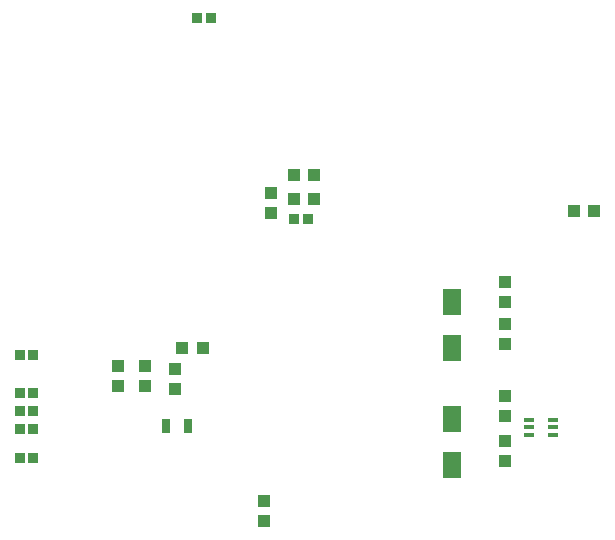
<source format=gbr>
G04 EAGLE Gerber RS-274X export*
G75*
%MOMM*%
%FSLAX34Y34*%
%LPD*%
%INSolderpaste Bottom*%
%IPPOS*%
%AMOC8*
5,1,8,0,0,1.08239X$1,22.5*%
G01*
%ADD10R,1.000000X1.100000*%
%ADD11R,1.524000X2.184400*%
%ADD12R,0.838200X0.355600*%
%ADD13R,0.800000X1.200000*%
%ADD14R,1.100000X1.000000*%
%ADD15R,0.850000X0.900000*%


D10*
X1172800Y295300D03*
X1172800Y278300D03*
X1172800Y339500D03*
X1172800Y356500D03*
D11*
X1127400Y336396D03*
X1127400Y375004D03*
X1127400Y275904D03*
X1127400Y237296D03*
D10*
X1172800Y240200D03*
X1172800Y257200D03*
X1172800Y392100D03*
X1172800Y375100D03*
D12*
X1213414Y275200D03*
X1213414Y268700D03*
X1213414Y262200D03*
X1192586Y262200D03*
X1192586Y268700D03*
X1192586Y275200D03*
D13*
X904000Y270000D03*
X886000Y270000D03*
D14*
X916500Y335700D03*
X899500Y335700D03*
D10*
X968200Y206800D03*
X968200Y189800D03*
X893400Y301200D03*
X893400Y318200D03*
X868000Y320700D03*
X868000Y303700D03*
X845000Y320700D03*
X845000Y303700D03*
D15*
X761700Y282500D03*
X773300Y282500D03*
X761700Y297500D03*
X773300Y297500D03*
X761700Y267500D03*
X773300Y267500D03*
X761700Y242500D03*
X773300Y242500D03*
X994200Y445000D03*
X1005800Y445000D03*
X773300Y330000D03*
X761700Y330000D03*
D14*
X1231000Y451800D03*
X1248000Y451800D03*
D10*
X974700Y450000D03*
X974700Y467000D03*
D15*
X911700Y615000D03*
X923300Y615000D03*
D14*
X994000Y482500D03*
X1011000Y482500D03*
X1011000Y462500D03*
X994000Y462500D03*
M02*

</source>
